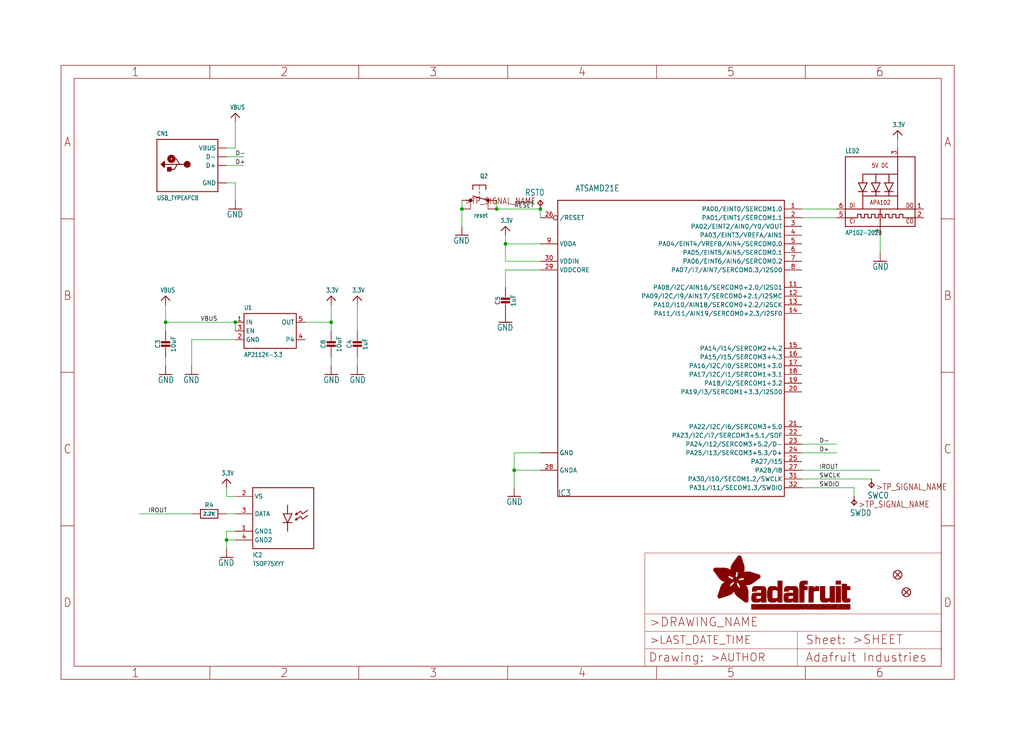
<source format=kicad_sch>
(kicad_sch (version 20211123) (generator eeschema)
  (paper "User" 298.45 217.881)
  (lib_symbols
    (symbol "eagleSchem-eagle-import:3.3V" (power)
      (property "Value" "3.3V" (at -1.524 1.016 0))
      (symbol "3.3V_1_0"
        (pin power_in line (at 0 -2.54 90) (length 2.54) (name "3.3V") (number "1"))
      )
    )
    (symbol "eagleSchem-eagle-import:APA1022020"
      (property "Value" "APA1022020" (at -10.16 -12.7 0))
      (symbol "APA1022020_1_0"
        (text "5V DC" (at 0 7.62 0) (effects (font (size 1.27 1.0795))))
        (text "APA102" (at 0 -3.175 0) (effects (font (size 1.27 1.0795))))
        (text "CI" (at -8.128 -8.636 0) (effects (font (size 1.27 1.0795))))
        (text "CO" (at 8.636 -8.636 0) (effects (font (size 1.27 1.0795))))
        (text "DI" (at -8.128 -4.064 0) (effects (font (size 1.27 1.0795))))
        (text "DO" (at 8.636 -4.064 0) (effects (font (size 1.27 1.0795))))
        (pin output line (at 12.7 -5.08 180) (length 2.54) (name "DO") (number "1"))
        (pin output line (at 12.7 -7.62 180) (length 2.54) (name "CKO") (number "2"))
        (pin power_in line (at 5.08 12.7 270) (length 2.54) (name "VDD") (number "3"))
        (pin power_in line (at 0 -12.7 90) (length 2.54) (name "GND") (number "4"))
        (pin input line (at -12.7 -7.62 0) (length 2.54) (name "CKI") (number "5"))
        (pin input line (at -12.7 -5.08 0) (length 2.54) (name "DI") (number "6"))
      )
    )
    (symbol "eagleSchem-eagle-import:ATSAMD21E"
      (property "Reference" "IC" (at -35.56 -43.18 0))
      (property "Value" "ATSAMD21E" (at -30.48 45.72 0))
      (symbol "ATSAMD21E_1_0"
        (pin bidirectional line (at 35.56 40.64 180) (length 5.08) (name "PA00/EINT0/SERCOM1.0") (number "1"))
        (pin power_in line (at -40.64 -30.48 0) (length 5.08) (name "GND") (number "10"))
        (pin bidirectional line (at 35.56 17.78 180) (length 5.08) (name "PA08/I2C/AIN16/SERCOM0+2.0/I2SD1") (number "11"))
        (pin bidirectional line (at 35.56 15.24 180) (length 5.08) (name "PA09/I2C/I9/AIN17/SERCOM0+2.1/I2SMC") (number "12"))
        (pin bidirectional line (at 35.56 12.7 180) (length 5.08) (name "PA10/I10/AIN18/SERCOM0+2.2/I2SCK") (number "13"))
        (pin bidirectional line (at 35.56 10.16 180) (length 5.08) (name "PA11/I11/AIN19/SERCOM0+2.3/I2SF0") (number "14"))
        (pin bidirectional line (at 35.56 0 180) (length 5.08) (name "PA14/I14/SERCOM2+4.2") (number "15"))
        (pin bidirectional line (at 35.56 -2.54 180) (length 5.08) (name "PA15/I15/SERCOM3+4.3") (number "16"))
        (pin bidirectional line (at 35.56 -5.08 180) (length 5.08) (name "PA16/I2C/I0/SERCOM1+3.0") (number "17"))
        (pin bidirectional line (at 35.56 -7.62 180) (length 5.08) (name "PA17/I2C/I1/SERCOM1+3.1") (number "18"))
        (pin bidirectional line (at 35.56 -10.16 180) (length 5.08) (name "PA18/I2/SERCOM1+3.2") (number "19"))
        (pin bidirectional line (at 35.56 38.1 180) (length 5.08) (name "PA01/EINT1/SERCOM1.1") (number "2"))
        (pin bidirectional line (at 35.56 -12.7 180) (length 5.08) (name "PA19/I3/SERCOM1+3.3/I2SD0") (number "20"))
        (pin bidirectional line (at 35.56 -22.86 180) (length 5.08) (name "PA22/I2C/I6/SERCOM3+5.0") (number "21"))
        (pin bidirectional line (at 35.56 -25.4 180) (length 5.08) (name "PA23/I2C/I7/SERCOM3+5.1/SOF") (number "22"))
        (pin bidirectional line (at 35.56 -27.94 180) (length 5.08) (name "PA24/I12/SERCOM3+5.2/D-") (number "23"))
        (pin bidirectional line (at 35.56 -30.48 180) (length 5.08) (name "PA25/I13/SERCOM3+5.3/D+") (number "24"))
        (pin bidirectional line (at 35.56 -33.02 180) (length 5.08) (name "PA27/I15") (number "25"))
        (pin bidirectional inverted (at -40.64 38.1 0) (length 5.08) (name "/RESET") (number "26"))
        (pin bidirectional line (at 35.56 -35.56 180) (length 5.08) (name "PA28/I8") (number "27"))
        (pin power_in line (at -40.64 -35.56 0) (length 5.08) (name "GNDA") (number "28"))
        (pin power_in line (at -40.64 22.86 0) (length 5.08) (name "VDDCORE") (number "29"))
        (pin bidirectional line (at 35.56 35.56 180) (length 5.08) (name "PA02/EINT2/AIN0/Y0/VOUT") (number "3"))
        (pin power_in line (at -40.64 25.4 0) (length 5.08) (name "VDDIN") (number "30"))
        (pin bidirectional line (at 35.56 -38.1 180) (length 5.08) (name "PA30/I10/SECOM1.2/SWCLK") (number "31"))
        (pin bidirectional line (at 35.56 -40.64 180) (length 5.08) (name "PA31/I11/SECOM1.3/SWDIO") (number "32"))
        (pin power_in line (at -40.64 -30.48 0) (length 5.08) (name "GND") (number "33"))
        (pin bidirectional line (at 35.56 33.02 180) (length 5.08) (name "PA03/EINT3/VREFA/AIN1") (number "4"))
        (pin bidirectional line (at 35.56 30.48 180) (length 5.08) (name "PA04/EINT4/VREFB/AIN4/SERCOM0.0") (number "5"))
        (pin bidirectional line (at 35.56 27.94 180) (length 5.08) (name "PA05/EINT5/AIN5/SERCOM0.1") (number "6"))
        (pin bidirectional line (at 35.56 25.4 180) (length 5.08) (name "PA06/EINT6/AIN6/SERCOM0.2") (number "7"))
        (pin bidirectional line (at 35.56 22.86 180) (length 5.08) (name "PA07/I7/AIN7/SERCOM0.3/I2SD0") (number "8"))
        (pin power_in line (at -40.64 30.48 0) (length 5.08) (name "VDDA") (number "9"))
      )
    )
    (symbol "eagleSchem-eagle-import:CAP_CERAMIC0603_NO"
      (property "Reference" "C" (at -2.29 1.25 90))
      (property "Value" "CAP_CERAMIC0603_NO" (at 2.3 1.25 90))
      (symbol "CAP_CERAMIC0603_NO_1_0"
        (pin passive line (at 0 5.08 270) (length 2.54) (name "1") (number "1"))
        (pin passive line (at 0 -2.54 90) (length 2.54) (name "2") (number "2"))
      )
    )
    (symbol "eagleSchem-eagle-import:CAP_CERAMIC0805-NOOUTLINE"
      (property "Reference" "C" (at -2.29 1.25 90))
      (property "Value" "CAP_CERAMIC0805-NOOUTLINE" (at 2.3 1.25 90))
      (symbol "CAP_CERAMIC0805-NOOUTLINE_1_0"
        (pin passive line (at 0 5.08 270) (length 2.54) (name "1") (number "1"))
        (pin passive line (at 0 -2.54 90) (length 2.54) (name "2") (number "2"))
      )
    )
    (symbol "eagleSchem-eagle-import:FIDUCIAL_1MM")
    (symbol "eagleSchem-eagle-import:FRAME_A4_ADAFRUIT"
      (symbol "FRAME_A4_ADAFRUIT_0_0"
        (text "1" (at 21.6958 1.905 0) (effects (font (size 2.54 2.286))))
        (text "1" (at 21.6958 177.165 0) (effects (font (size 2.54 2.286))))
        (text "2" (at 65.0875 1.905 0) (effects (font (size 2.54 2.286))))
        (text "2" (at 65.0875 177.165 0) (effects (font (size 2.54 2.286))))
        (text "3" (at 108.4792 1.905 0) (effects (font (size 2.54 2.286))))
        (text "3" (at 108.4792 177.165 0) (effects (font (size 2.54 2.286))))
        (text "4" (at 151.8708 1.905 0) (effects (font (size 2.54 2.286))))
        (text "4" (at 151.8708 177.165 0) (effects (font (size 2.54 2.286))))
        (text "5" (at 195.2625 1.905 0) (effects (font (size 2.54 2.286))))
        (text "5" (at 195.2625 177.165 0) (effects (font (size 2.54 2.286))))
        (text "6" (at 238.6542 1.905 0) (effects (font (size 2.54 2.286))))
        (text "6" (at 238.6542 177.165 0) (effects (font (size 2.54 2.286))))
        (text "A" (at 1.905 156.6863 0) (effects (font (size 2.54 2.286))))
        (text "A" (at 258.445 156.6863 0) (effects (font (size 2.54 2.286))))
        (text "B" (at 1.905 111.9188 0) (effects (font (size 2.54 2.286))))
        (text "B" (at 258.445 111.9188 0) (effects (font (size 2.54 2.286))))
        (text "C" (at 1.905 67.1513 0) (effects (font (size 2.54 2.286))))
        (text "C" (at 258.445 67.1513 0) (effects (font (size 2.54 2.286))))
        (text "D" (at 1.905 22.3838 0) (effects (font (size 2.54 2.286))))
        (text "D" (at 258.445 22.3838 0) (effects (font (size 2.54 2.286))))
      )
      (symbol "FRAME_A4_ADAFRUIT_1_0"
        (text ">AUTHOR" (at 189.23 5.08 0) (effects (font (size 2.286 2.286)) (justify left bottom)))
        (text ">DRAWING_NAME" (at 171.45 15.24 0) (effects (font (size 2.54 2.54)) (justify left bottom)))
        (text ">LAST_DATE_TIME" (at 171.45 10.16 0) (effects (font (size 2.286 2.286)) (justify left bottom)))
        (text ">SHEET" (at 230.505 10.16 0) (effects (font (size 2.54 2.54)) (justify left bottom)))
        (text "Adafruit Industries" (at 216.916 4.953 0) (effects (font (size 2.54 2.54)) (justify left bottom)))
        (text "Drawing:" (at 171.196 4.953 0) (effects (font (size 2.54 2.54)) (justify left bottom)))
        (text "Sheet:" (at 216.916 10.033 0) (effects (font (size 2.54 2.54)) (justify left bottom)))
      )
    )
    (symbol "eagleSchem-eagle-import:GND" (power)
      (property "Value" "GND" (at -2.54 -2.54 0))
      (symbol "GND_1_0"
        (pin power_in line (at 0 2.54 270) (length 2.54) (name "GND") (number "1"))
      )
    )
    (symbol "eagleSchem-eagle-import:RESISTOR_0603_NOOUT"
      (property "Reference" "R" (at 0 2.54 0))
      (property "Value" "RESISTOR_0603_NOOUT" (at 0 0 0))
      (symbol "RESISTOR_0603_NOOUT_1_0"
        (pin passive line (at -5.08 0 0) (length 2.54) (name "1") (number "1"))
        (pin passive line (at 5.08 0 180) (length 2.54) (name "2") (number "2"))
      )
    )
    (symbol "eagleSchem-eagle-import:SWITCH_TACT_SMT4.6X2.8"
      (property "Reference" "SW" (at -2.54 6.35 0))
      (property "Value" "SWITCH_TACT_SMT4.6X2.8" (at -2.54 -5.08 0))
      (symbol "SWITCH_TACT_SMT4.6X2.8_1_0"
        (pin passive line (at -5.08 0 0) (length 2.54) (name "P") (number "A"))
        (pin passive line (at -5.08 -2.54 0) (length 2.54) (name "P1") (number "A'"))
        (pin passive line (at 5.08 0 180) (length 2.54) (name "S") (number "B"))
        (pin passive line (at 5.08 -2.54 180) (length 2.54) (name "S1") (number "B'"))
      )
    )
    (symbol "eagleSchem-eagle-import:TPTP15R"
      (property "Reference" "TP" (at -1.27 1.27 0))
      (symbol "TPTP15R_1_0"
        (text ">TP_SIGNAL_NAME" (at 1.27 -1.27 0) (effects (font (size 1.778 1.5113)) (justify left bottom)))
        (pin input line (at 0 -2.54 90) (length 2.54) (name "TP") (number "TP"))
      )
    )
    (symbol "eagleSchem-eagle-import:TPTP16R"
      (property "Reference" "TP" (at -1.27 1.27 0))
      (symbol "TPTP16R_1_0"
        (text ">TP_SIGNAL_NAME" (at 1.27 -1.27 0) (effects (font (size 1.778 1.5113)) (justify left bottom)))
        (pin input line (at 0 -2.54 90) (length 2.54) (name "TP") (number "TP"))
      )
    )
    (symbol "eagleSchem-eagle-import:TSOP75XYY"
      (property "Reference" "IC" (at 0 -2.54 0))
      (property "Value" "TSOP75XYY" (at 0 -5.08 0))
      (symbol "TSOP75XYY_1_0"
        (pin passive line (at -5.08 5.08 0) (length 5.08) (name "GND1") (number "1"))
        (pin passive line (at -5.08 15.24 0) (length 5.08) (name "VS") (number "2"))
        (pin output line (at -5.08 10.16 0) (length 5.08) (name "DATA") (number "3"))
        (pin passive line (at -5.08 2.54 0) (length 5.08) (name "GND2") (number "4"))
      )
    )
    (symbol "eagleSchem-eagle-import:USB_TYPEAPCB"
      (property "Reference" "X" (at -10.16 8.636 0))
      (property "Value" "USB_TYPEAPCB" (at -10.16 -10.16 0))
      (symbol "USB_TYPEAPCB_1_0"
        (pin power_in line (at 10.16 -5.08 180) (length 2.54) (name "GND") (number "GND"))
        (pin bidirectional line (at 10.16 2.54 180) (length 2.54) (name "D-") (number "USB_NEG"))
        (pin bidirectional line (at 10.16 0 180) (length 2.54) (name "D+") (number "USB_PLUS"))
        (pin power_in line (at 10.16 5.08 180) (length 2.54) (name "VBUS") (number "VCC"))
      )
    )
    (symbol "eagleSchem-eagle-import:VBUS" (power)
      (property "Value" "VBUS" (at -1.524 1.016 0))
      (symbol "VBUS_1_0"
        (pin power_in line (at 0 -2.54 90) (length 2.54) (name "VBUS") (number "1"))
      )
    )
    (symbol "eagleSchem-eagle-import:VREG_SOT23-5"
      (property "Reference" "U" (at -7.62 6.096 0))
      (property "Value" "VREG_SOT23-5" (at -7.62 -7.62 0))
      (symbol "VREG_SOT23-5_1_0"
        (pin power_in line (at -10.16 2.54 0) (length 2.54) (name "IN") (number "1"))
        (pin power_in line (at -10.16 -2.54 0) (length 2.54) (name "GND") (number "2"))
        (pin input line (at -10.16 0 0) (length 2.54) (name "EN") (number "3"))
        (pin bidirectional line (at 10.16 -2.54 180) (length 2.54) (name "P4") (number "4"))
        (pin power_in line (at 10.16 2.54 180) (length 2.54) (name "OUT") (number "5"))
      )
    )
  )
  (junction (at 149.86 137.16))
  (junction (at 66.04 157.48))
  (junction (at 144.78 60.96))
  (junction (at 134.62 60.96))
  (junction (at 147.32 71.12))
  (junction (at 48.26 93.98))
  (junction (at 68.58 93.98))
  (junction (at 96.52 93.98))
  (junction (at 157.48 60.96))
  (wire (pts (xy 157.48 137.16) (xy 149.86 137.16)))
  (wire (pts (xy 233.68 60.96) (xy 243.84 60.96)))
  (wire (pts (xy 66.04 149.86) (xy 68.58 149.86)))
  (wire (pts (xy 68.58 99.06) (xy 55.88 99.06)))
  (wire (pts (xy 157.48 78.74) (xy 147.32 78.74)))
  (wire (pts (xy 66.04 45.72) (xy 71.12 45.72)))
  (wire (pts (xy 66.04 144.78) (xy 66.04 142.24)))
  (wire (pts (xy 149.86 137.16) (xy 149.86 142.24)))
  (wire (pts (xy 157.48 71.12) (xy 147.32 71.12)))
  (wire (pts (xy 48.26 106.68) (xy 48.26 104.14)))
  (wire (pts (xy 68.58 96.52) (xy 68.58 93.98)))
  (wire (pts (xy 243.84 132.08) (xy 233.68 132.08)))
  (wire (pts (xy 147.32 76.2) (xy 147.32 71.12)))
  (wire (pts (xy 66.04 48.26) (xy 71.12 48.26)))
  (wire (pts (xy 68.58 144.78) (xy 66.04 144.78)))
  (wire (pts (xy 134.62 66.04) (xy 134.62 60.96)))
  (wire (pts (xy 96.52 106.68) (xy 96.52 104.14)))
  (wire (pts (xy 68.58 53.34) (xy 68.58 58.42)))
  (wire (pts (xy 66.04 53.34) (xy 68.58 53.34)))
  (wire (pts (xy 66.04 43.18) (xy 68.58 43.18)))
  (wire (pts (xy 144.78 60.96) (xy 157.48 60.96)))
  (wire (pts (xy 261.62 43.18) (xy 261.62 40.64)))
  (wire (pts (xy 48.26 93.98) (xy 48.26 88.9)))
  (wire (pts (xy 68.58 35.56) (xy 68.58 43.18)))
  (wire (pts (xy 233.68 142.24) (xy 248.92 142.24)))
  (wire (pts (xy 233.68 63.5) (xy 243.84 63.5)))
  (wire (pts (xy 134.62 58.42) (xy 134.62 60.96)))
  (wire (pts (xy 55.88 149.86) (xy 40.64 149.86)))
  (wire (pts (xy 149.86 132.08) (xy 149.86 137.16)))
  (wire (pts (xy 104.14 106.68) (xy 104.14 104.14)))
  (wire (pts (xy 66.04 157.48) (xy 66.04 160.02)))
  (wire (pts (xy 157.48 60.96) (xy 157.48 63.5)))
  (wire (pts (xy 104.14 88.9) (xy 104.14 96.52)))
  (wire (pts (xy 256.54 68.58) (xy 256.54 73.66)))
  (wire (pts (xy 68.58 157.48) (xy 66.04 157.48)))
  (wire (pts (xy 66.04 154.94) (xy 66.04 157.48)))
  (wire (pts (xy 233.68 137.16) (xy 256.54 137.16)))
  (wire (pts (xy 96.52 93.98) (xy 88.9 93.98)))
  (wire (pts (xy 48.26 96.52) (xy 48.26 93.98)))
  (wire (pts (xy 157.48 132.08) (xy 149.86 132.08)))
  (wire (pts (xy 233.68 129.54) (xy 243.84 129.54)))
  (wire (pts (xy 147.32 71.12) (xy 147.32 68.58)))
  (wire (pts (xy 233.68 139.7) (xy 254 139.7)))
  (wire (pts (xy 48.26 93.98) (xy 68.58 93.98)))
  (wire (pts (xy 248.92 142.24) (xy 248.92 144.78)))
  (wire (pts (xy 68.58 154.94) (xy 66.04 154.94)))
  (wire (pts (xy 96.52 93.98) (xy 96.52 96.52)))
  (wire (pts (xy 96.52 88.9) (xy 96.52 93.98)))
  (wire (pts (xy 147.32 78.74) (xy 147.32 83.82)))
  (wire (pts (xy 144.78 60.96) (xy 144.78 58.42)))
  (wire (pts (xy 157.48 76.2) (xy 147.32 76.2)))
  (wire (pts (xy 55.88 99.06) (xy 55.88 106.68)))
  (label "D+" (at 238.76 132.08 0) (effects (font (size 1.2446 1.2446))))
  (label "~{RESET}" (at 149.86 60.96 0) (effects (font (size 1.2446 1.2446))))
  (label "SWDIO" (at 238.76 142.24 0) (effects (font (size 1.2446 1.2446))))
  (label "IROUT" (at 43.18 149.86 0) (effects (font (size 1.2446 1.2446))))
  (label "SWCLK" (at 238.76 139.7 0) (effects (font (size 1.2446 1.2446))))
  (label "VBUS" (at 58.42 93.98 0) (effects (font (size 1.2446 1.2446))))
  (label "D+" (at 68.58 48.26 0) (effects (font (size 1.2446 1.2446))))
  (label "D-" (at 238.76 129.54 0) (effects (font (size 1.2446 1.2446))))
  (label "D-" (at 68.58 45.72 0) (effects (font (size 1.2446 1.2446))))
  (label "IROUT" (at 238.76 137.16 0) (effects (font (size 1.2446 1.2446))))
  (symbol (lib_id "eagleSchem-eagle-import:SWITCH_TACT_SMT4.6X2.8") (at 139.7 58.42 0) (mirror y) (unit 1)
    (property "Reference" "Q2" (at 142.24 52.07 0) (effects (font (size 1.27 1.0795)) (justify left bottom)))
    (property "Value" "reset" (at 142.24 63.5 0) (effects (font (size 1.27 1.0795)) (justify left bottom)))
    (property "Footprint" "eagleSchem:BTN_KMR2_4.6X2.8" (effects hide))
  )
  (symbol (lib_id "eagleSchem-eagle-import:GND") (at 149.86 144.78 0) (mirror y) (unit 1)
    (property "Reference" "#GND18" (effects hide))
    (property "Value" "GND" (at 152.4 147.32 0) (effects (font (size 1.778 1.5113)) (justify left bottom)))
    (property "Footprint" "eagleSchem:" (effects hide))
  )
  (symbol (lib_id "eagleSchem-eagle-import:APA1022020") (at 256.54 55.88 0) (unit 1)
    (property "Reference" "LED2" (at 246.38 44.704 0) (effects (font (size 1.27 1.0795)) (justify left bottom)))
    (property "Value" "AP102-2020" (at 246.38 68.58 0) (effects (font (size 1.27 1.0795)) (justify left bottom)))
    (property "Footprint" "eagleSchem:APA102_2020" (effects hide))
  )
  (symbol (lib_id "eagleSchem-eagle-import:GND") (at 48.26 109.22 0) (mirror y) (unit 1)
    (property "Reference" "#GND3" (effects hide))
    (property "Value" "GND" (at 50.8 111.76 0) (effects (font (size 1.778 1.5113)) (justify left bottom)))
    (property "Footprint" "eagleSchem:" (effects hide))
  )
  (symbol (lib_id "eagleSchem-eagle-import:GND") (at 68.58 60.96 0) (unit 1)
    (property "Reference" "#U$2" (effects hide))
    (property "Value" "GND" (at 66.04 63.5 0) (effects (font (size 1.778 1.5113)) (justify left bottom)))
    (property "Footprint" "eagleSchem:" (effects hide))
  )
  (symbol (lib_id "eagleSchem-eagle-import:FIDUCIAL_1MM") (at 264.16 172.72 0) (unit 1)
    (property "Reference" "FID2" (effects hide))
    (property "Value" "FIDUCIAL_1MM" (effects hide))
    (property "Footprint" "eagleSchem:FIDUCIAL_1MM" (effects hide))
  )
  (symbol (lib_id "eagleSchem-eagle-import:FRAME_A4_ADAFRUIT") (at 17.78 198.12 0) (unit 1)
    (property "Reference" "#U$1" (effects hide))
    (property "Value" "FRAME_A4_ADAFRUIT" (effects hide))
    (property "Footprint" "eagleSchem:" (effects hide))
  )
  (symbol (lib_id "eagleSchem-eagle-import:CAP_CERAMIC0603_NO") (at 147.32 88.9 0) (unit 1)
    (property "Reference" "C5" (at 145.03 87.65 90))
    (property "Value" "1uF" (at 149.62 87.65 90))
    (property "Footprint" "eagleSchem:0603-NO" (effects hide))
  )
  (symbol (lib_id "eagleSchem-eagle-import:USB_TYPEAPCB") (at 55.88 48.26 0) (unit 1)
    (property "Reference" "CN1" (at 45.72 39.624 0) (effects (font (size 1.27 1.0795)) (justify left bottom)))
    (property "Value" "USB_TYPEAPCB" (at 45.72 58.42 0) (effects (font (size 1.27 1.0795)) (justify left bottom)))
    (property "Footprint" "eagleSchem:USBA_PCB" (effects hide))
  )
  (symbol (lib_id "eagleSchem-eagle-import:3.3V") (at 66.04 139.7 0) (unit 1)
    (property "Reference" "#U$3" (effects hide))
    (property "Value" "3.3V" (at 64.516 138.684 0) (effects (font (size 1.27 1.0795)) (justify left bottom)))
    (property "Footprint" "eagleSchem:" (effects hide))
  )
  (symbol (lib_id "eagleSchem-eagle-import:CAP_CERAMIC0805-NOOUTLINE") (at 48.26 101.6 0) (unit 1)
    (property "Reference" "C3" (at 45.97 100.35 90))
    (property "Value" "10uF" (at 50.56 100.35 90))
    (property "Footprint" "eagleSchem:0805-NO" (effects hide))
  )
  (symbol (lib_id "eagleSchem-eagle-import:VBUS") (at 68.58 33.02 0) (unit 1)
    (property "Reference" "#U$15" (effects hide))
    (property "Value" "VBUS" (at 67.056 32.004 0) (effects (font (size 1.27 1.0795)) (justify left bottom)))
    (property "Footprint" "eagleSchem:" (effects hide))
  )
  (symbol (lib_id "eagleSchem-eagle-import:GND") (at 96.52 109.22 0) (mirror y) (unit 1)
    (property "Reference" "#GND12" (effects hide))
    (property "Value" "GND" (at 99.06 111.76 0) (effects (font (size 1.778 1.5113)) (justify left bottom)))
    (property "Footprint" "eagleSchem:" (effects hide))
  )
  (symbol (lib_id "eagleSchem-eagle-import:GND") (at 256.54 76.2 0) (mirror y) (unit 1)
    (property "Reference" "#GND19" (effects hide))
    (property "Value" "GND" (at 259.08 78.74 0) (effects (font (size 1.778 1.5113)) (justify left bottom)))
    (property "Footprint" "eagleSchem:" (effects hide))
  )
  (symbol (lib_id "eagleSchem-eagle-import:3.3V") (at 96.52 86.36 0) (unit 1)
    (property "Reference" "#U$17" (effects hide))
    (property "Value" "3.3V" (at 94.996 85.344 0) (effects (font (size 1.27 1.0795)) (justify left bottom)))
    (property "Footprint" "eagleSchem:" (effects hide))
  )
  (symbol (lib_id "eagleSchem-eagle-import:TPTP16R") (at 248.92 147.32 0) (mirror x) (unit 1)
    (property "Reference" "SWD0" (at 247.65 148.59 0) (effects (font (size 1.778 1.5113)) (justify left bottom)))
    (property "Value" "TPTP16R" (effects hide))
    (property "Footprint" "eagleSchem:TP16R" (effects hide))
  )
  (symbol (lib_id "eagleSchem-eagle-import:3.3V") (at 147.32 66.04 0) (unit 1)
    (property "Reference" "#U$18" (effects hide))
    (property "Value" "3.3V" (at 145.796 65.024 0) (effects (font (size 1.27 1.0795)) (justify left bottom)))
    (property "Footprint" "eagleSchem:" (effects hide))
  )
  (symbol (lib_id "eagleSchem-eagle-import:TPTP16R") (at 157.48 58.42 0) (mirror y) (unit 1)
    (property "Reference" "RST0" (at 158.75 57.15 0) (effects (font (size 1.778 1.5113)) (justify left bottom)))
    (property "Value" "TPTP16R" (effects hide))
    (property "Footprint" "eagleSchem:TP16R" (effects hide))
  )
  (symbol (lib_id "eagleSchem-eagle-import:ATSAMD21E") (at 198.12 101.6 0) (unit 1)
    (property "Reference" "IC3" (at 162.56 144.78 0) (effects (font (size 1.778 1.5113)) (justify left bottom)))
    (property "Value" "ATSAMD21E" (at 167.64 55.88 0) (effects (font (size 1.778 1.5113)) (justify left bottom)))
    (property "Footprint" "eagleSchem:QFN32_5MM" (effects hide))
  )
  (symbol (lib_id "eagleSchem-eagle-import:GND") (at 147.32 93.98 0) (unit 1)
    (property "Reference" "#GND7" (effects hide))
    (property "Value" "GND" (at 144.78 96.52 0) (effects (font (size 1.778 1.5113)) (justify left bottom)))
    (property "Footprint" "eagleSchem:" (effects hide))
  )
  (symbol (lib_id "eagleSchem-eagle-import:3.3V") (at 261.62 38.1 0) (unit 1)
    (property "Reference" "#U$19" (effects hide))
    (property "Value" "3.3V" (at 260.096 37.084 0) (effects (font (size 1.27 1.0795)) (justify left bottom)))
    (property "Footprint" "eagleSchem:" (effects hide))
  )
  (symbol (lib_id "eagleSchem-eagle-import:3.3V") (at 104.14 86.36 0) (unit 1)
    (property "Reference" "#U$20" (effects hide))
    (property "Value" "3.3V" (at 102.616 85.344 0) (effects (font (size 1.27 1.0795)) (justify left bottom)))
    (property "Footprint" "eagleSchem:" (effects hide))
  )
  (symbol (lib_id "eagleSchem-eagle-import:FIDUCIAL_1MM") (at 261.62 167.64 0) (unit 1)
    (property "Reference" "FID1" (effects hide))
    (property "Value" "FIDUCIAL_1MM" (effects hide))
    (property "Footprint" "eagleSchem:FIDUCIAL_1MM" (effects hide))
  )
  (symbol (lib_id "eagleSchem-eagle-import:CAP_CERAMIC0805-NOOUTLINE") (at 96.52 101.6 0) (unit 1)
    (property "Reference" "C8" (at 94.23 100.35 90))
    (property "Value" "10uF" (at 98.82 100.35 90))
    (property "Footprint" "eagleSchem:0805-NO" (effects hide))
  )
  (symbol (lib_id "eagleSchem-eagle-import:TSOP75XYY") (at 73.66 160.02 0) (unit 1)
    (property "Reference" "IC2" (at 73.66 162.56 0) (effects (font (size 1.27 1.0795)) (justify left bottom)))
    (property "Value" "TSOP75XYY" (at 73.66 165.1 0) (effects (font (size 1.27 1.0795)) (justify left bottom)))
    (property "Footprint" "eagleSchem:TSOP75XYY" (effects hide))
  )
  (symbol (lib_id "eagleSchem-eagle-import:CAP_CERAMIC0603_NO") (at 104.14 101.6 0) (unit 1)
    (property "Reference" "C4" (at 101.85 100.35 90))
    (property "Value" "1uF" (at 106.44 100.35 90))
    (property "Footprint" "eagleSchem:0603-NO" (effects hide))
  )
  (symbol (lib_id "eagleSchem-eagle-import:VREG_SOT23-5") (at 78.74 96.52 0) (unit 1)
    (property "Reference" "U1" (at 71.12 90.424 0) (effects (font (size 1.27 1.0795)) (justify left bottom)))
    (property "Value" "AP2112K-3.3" (at 71.12 104.14 0) (effects (font (size 1.27 1.0795)) (justify left bottom)))
    (property "Footprint" "eagleSchem:SOT23-5" (effects hide))
  )
  (symbol (lib_id "eagleSchem-eagle-import:GND") (at 104.14 109.22 0) (mirror y) (unit 1)
    (property "Reference" "#GND5" (effects hide))
    (property "Value" "GND" (at 106.68 111.76 0) (effects (font (size 1.778 1.5113)) (justify left bottom)))
    (property "Footprint" "eagleSchem:" (effects hide))
  )
  (symbol (lib_id "eagleSchem-eagle-import:RESISTOR_0603_NOOUT") (at 60.96 149.86 0) (unit 1)
    (property "Reference" "R4" (at 60.96 147.32 0))
    (property "Value" "2.2K" (at 60.96 149.86 0) (effects (font (size 1.016 1.016) bold)))
    (property "Footprint" "eagleSchem:0603-NO" (effects hide))
  )
  (symbol (lib_id "eagleSchem-eagle-import:GND") (at 55.88 109.22 0) (unit 1)
    (property "Reference" "#GND11" (effects hide))
    (property "Value" "GND" (at 53.34 111.76 0) (effects (font (size 1.778 1.5113)) (justify left bottom)))
    (property "Footprint" "eagleSchem:" (effects hide))
  )
  (symbol (lib_id "eagleSchem-eagle-import:GND") (at 134.62 68.58 0) (unit 1)
    (property "Reference" "#GND14" (effects hide))
    (property "Value" "GND" (at 132.08 71.12 0) (effects (font (size 1.778 1.5113)) (justify left bottom)))
    (property "Footprint" "eagleSchem:" (effects hide))
  )
  (symbol (lib_id "eagleSchem-eagle-import:VBUS") (at 48.26 86.36 0) (unit 1)
    (property "Reference" "#U$13" (effects hide))
    (property "Value" "VBUS" (at 46.736 85.344 0) (effects (font (size 1.27 1.0795)) (justify left bottom)))
    (property "Footprint" "eagleSchem:" (effects hide))
  )
  (symbol (lib_id "eagleSchem-eagle-import:TPTP15R") (at 254 142.24 0) (mirror x) (unit 1)
    (property "Reference" "SWC0" (at 252.73 143.51 0) (effects (font (size 1.778 1.5113)) (justify left bottom)))
    (property "Value" "TPTP15R" (effects hide))
    (property "Footprint" "eagleSchem:TP15R" (effects hide))
  )
  (symbol (lib_id "eagleSchem-eagle-import:GND") (at 66.04 162.56 0) (unit 1)
    (property "Reference" "#U$7" (effects hide))
    (property "Value" "GND" (at 63.5 165.1 0) (effects (font (size 1.778 1.5113)) (justify left bottom)))
    (property "Footprint" "eagleSchem:" (effects hide))
  )
)
</source>
